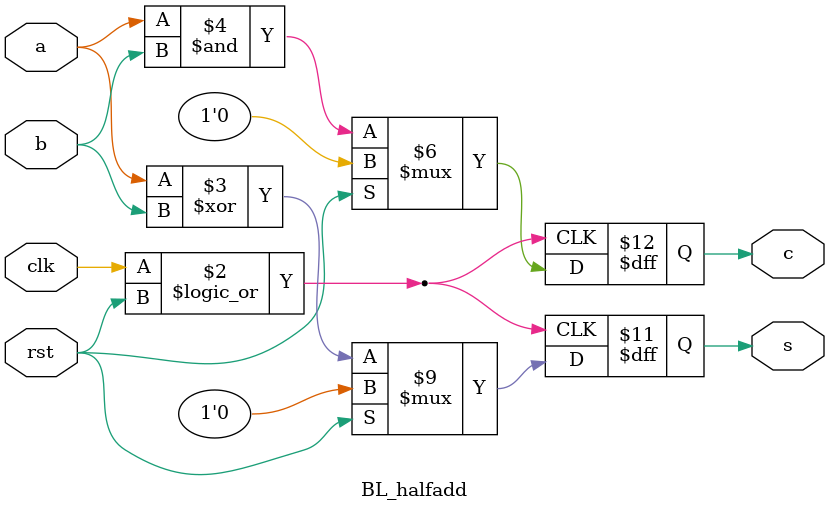
<source format=v>
`timescale 1ns / 1ps


module BL_halfadd(
    input clk,
    input rst,
    input a,
    input b,
    output reg s,
    output reg c
    );
always@(posedge(clk) || rst) begin
if (rst)  begin
    s=0;
    c=0;
end else begin
    s=a^b;
    c=a&b;
end
end
endmodule

</source>
